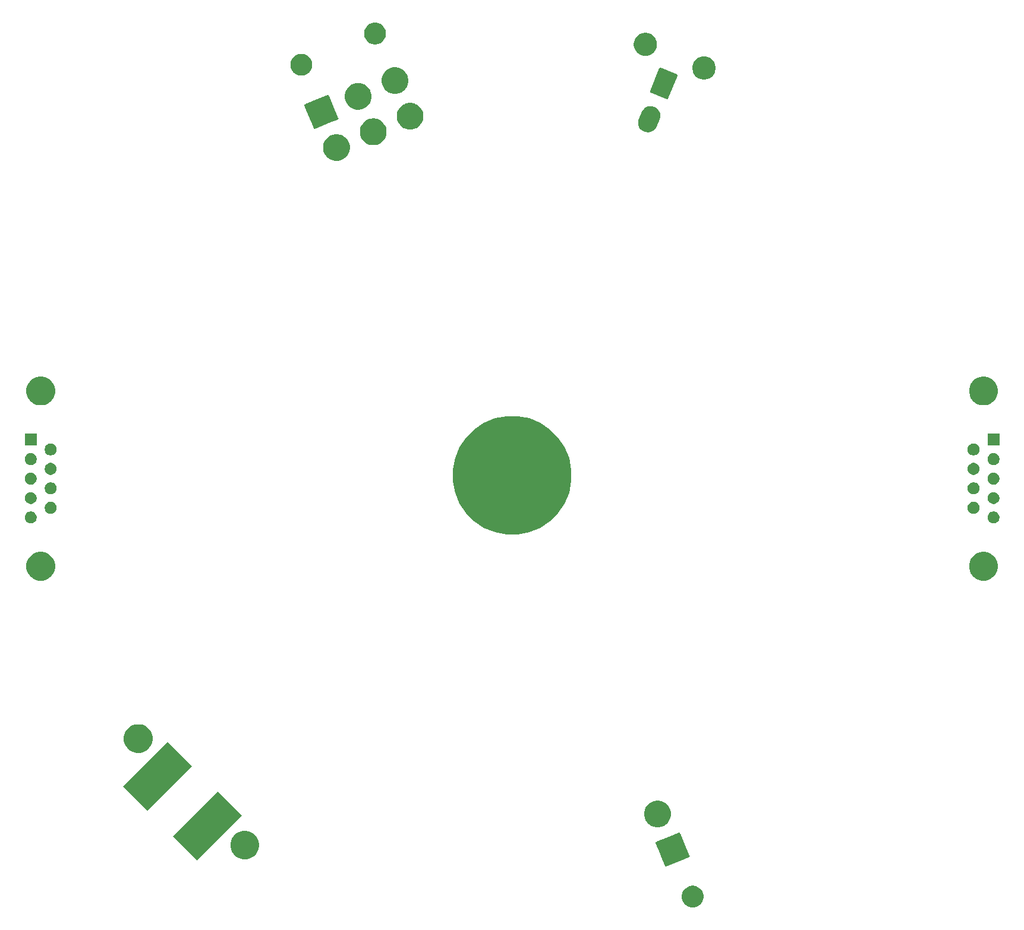
<source format=gbr>
G04 #@! TF.GenerationSoftware,KiCad,Pcbnew,5.1.4-e60b266~84~ubuntu18.04.1*
G04 #@! TF.CreationDate,2019-11-06T15:19:43-05:00*
G04 #@! TF.ProjectId,datapod,64617461-706f-4642-9e6b-696361645f70,1*
G04 #@! TF.SameCoordinates,Original*
G04 #@! TF.FileFunction,Soldermask,Bot*
G04 #@! TF.FilePolarity,Negative*
%FSLAX46Y46*%
G04 Gerber Fmt 4.6, Leading zero omitted, Abs format (unit mm)*
G04 Created by KiCad (PCBNEW 5.1.4-e60b266~84~ubuntu18.04.1) date 2019-11-06 15:19:43*
%MOMM*%
%LPD*%
G04 APERTURE LIST*
%ADD10C,0.100000*%
G04 APERTURE END LIST*
D10*
G36*
X126344922Y-155058487D02*
G01*
X126494747Y-155088289D01*
X126777011Y-155205206D01*
X127031042Y-155374944D01*
X127247078Y-155590980D01*
X127416816Y-155845011D01*
X127533733Y-156127275D01*
X127593337Y-156426925D01*
X127593337Y-156732445D01*
X127533733Y-157032095D01*
X127416816Y-157314359D01*
X127247078Y-157568390D01*
X127031042Y-157784426D01*
X126777011Y-157954164D01*
X126494747Y-158071081D01*
X126344922Y-158100883D01*
X126195098Y-158130685D01*
X125889576Y-158130685D01*
X125739752Y-158100883D01*
X125589927Y-158071081D01*
X125307663Y-157954164D01*
X125053632Y-157784426D01*
X124837596Y-157568390D01*
X124667858Y-157314359D01*
X124550941Y-157032095D01*
X124491337Y-156732445D01*
X124491337Y-156426925D01*
X124550941Y-156127275D01*
X124667858Y-155845011D01*
X124837596Y-155590980D01*
X125053632Y-155374944D01*
X125307663Y-155205206D01*
X125589927Y-155088289D01*
X125739752Y-155058487D01*
X125889576Y-155028685D01*
X126195098Y-155028685D01*
X126344922Y-155058487D01*
X126344922Y-155058487D01*
G37*
G36*
X124145915Y-147416853D02*
G01*
X124173788Y-147425043D01*
X124199523Y-147438511D01*
X124222137Y-147456743D01*
X124240762Y-147479037D01*
X124257635Y-147509953D01*
X124297475Y-147603810D01*
X124297476Y-147603812D01*
X124844602Y-148892761D01*
X125622124Y-150724488D01*
X125632643Y-150758104D01*
X125635742Y-150786982D01*
X125633147Y-150815915D01*
X125624957Y-150843788D01*
X125611489Y-150869523D01*
X125593257Y-150892137D01*
X125570963Y-150910762D01*
X125540047Y-150927635D01*
X125446190Y-150967475D01*
X125446188Y-150967476D01*
X124424306Y-151401239D01*
X122325512Y-152292124D01*
X122291896Y-152302643D01*
X122263018Y-152305742D01*
X122234085Y-152303147D01*
X122206212Y-152294957D01*
X122180477Y-152281489D01*
X122157863Y-152263257D01*
X122139238Y-152240963D01*
X122122365Y-152210047D01*
X121554338Y-150871858D01*
X121411962Y-150536443D01*
X120757876Y-148995512D01*
X120747357Y-148961896D01*
X120744258Y-148933018D01*
X120746853Y-148904085D01*
X120755043Y-148876212D01*
X120768511Y-148850477D01*
X120786743Y-148827863D01*
X120809037Y-148809238D01*
X120839953Y-148792365D01*
X120933810Y-148752525D01*
X120933812Y-148752524D01*
X122891415Y-147921571D01*
X124054488Y-147427876D01*
X124088104Y-147417357D01*
X124116982Y-147414258D01*
X124145915Y-147416853D01*
X124145915Y-147416853D01*
G37*
G36*
X61802509Y-145035864D02*
G01*
X55437134Y-151401239D01*
X51970897Y-147935002D01*
X58336272Y-141569627D01*
X61802509Y-145035864D01*
X61802509Y-145035864D01*
G37*
G36*
X62844826Y-147256825D02*
G01*
X63218083Y-147411433D01*
X63218085Y-147411434D01*
X63554008Y-147635891D01*
X63839688Y-147921571D01*
X63990405Y-148147134D01*
X64064146Y-148257496D01*
X64218754Y-148630753D01*
X64297572Y-149027000D01*
X64297572Y-149431014D01*
X64218754Y-149827261D01*
X64064146Y-150200518D01*
X64064145Y-150200520D01*
X63839688Y-150536443D01*
X63554008Y-150822123D01*
X63218085Y-151046580D01*
X63218084Y-151046581D01*
X63218083Y-151046581D01*
X62844826Y-151201189D01*
X62448579Y-151280007D01*
X62044565Y-151280007D01*
X61648318Y-151201189D01*
X61275061Y-151046581D01*
X61275060Y-151046581D01*
X61275059Y-151046580D01*
X60939136Y-150822123D01*
X60653456Y-150536443D01*
X60428999Y-150200520D01*
X60428998Y-150200518D01*
X60274390Y-149827261D01*
X60195572Y-149431014D01*
X60195572Y-149027000D01*
X60274390Y-148630753D01*
X60428998Y-148257496D01*
X60502740Y-148147134D01*
X60653456Y-147921571D01*
X60939136Y-147635891D01*
X61275059Y-147411434D01*
X61275061Y-147411433D01*
X61648318Y-147256825D01*
X62044565Y-147178007D01*
X62448579Y-147178007D01*
X62844826Y-147256825D01*
X62844826Y-147256825D01*
G37*
G36*
X121411845Y-142932750D02*
G01*
X121595480Y-142969277D01*
X121941440Y-143112579D01*
X122252796Y-143320620D01*
X122517582Y-143585406D01*
X122725623Y-143896762D01*
X122868925Y-144242722D01*
X122941979Y-144609991D01*
X122941979Y-144984455D01*
X122868925Y-145351724D01*
X122725623Y-145697684D01*
X122517582Y-146009040D01*
X122252796Y-146273826D01*
X121941440Y-146481867D01*
X121595480Y-146625169D01*
X121228212Y-146698223D01*
X120853746Y-146698223D01*
X120486478Y-146625169D01*
X120140518Y-146481867D01*
X119829162Y-146273826D01*
X119564376Y-146009040D01*
X119356335Y-145697684D01*
X119213033Y-145351724D01*
X119139979Y-144984455D01*
X119139979Y-144609991D01*
X119213033Y-144242722D01*
X119356335Y-143896762D01*
X119564376Y-143585406D01*
X119829162Y-143320620D01*
X120140518Y-143112579D01*
X120486478Y-142969277D01*
X120670113Y-142932750D01*
X120853746Y-142896223D01*
X121228212Y-142896223D01*
X121411845Y-142932750D01*
X121411845Y-142932750D01*
G37*
G36*
X54731441Y-137964796D02*
G01*
X48366066Y-144330171D01*
X44899829Y-140863934D01*
X51265204Y-134498559D01*
X54731441Y-137964796D01*
X54731441Y-137964796D01*
G37*
G36*
X47670315Y-132082314D02*
G01*
X48043572Y-132236922D01*
X48043574Y-132236923D01*
X48379497Y-132461380D01*
X48665177Y-132747060D01*
X48889635Y-133082985D01*
X49044243Y-133456242D01*
X49123061Y-133852489D01*
X49123061Y-134256503D01*
X49044243Y-134652750D01*
X48889635Y-135026007D01*
X48889634Y-135026009D01*
X48665177Y-135361932D01*
X48379497Y-135647612D01*
X48043574Y-135872069D01*
X48043573Y-135872070D01*
X48043572Y-135872070D01*
X47670315Y-136026678D01*
X47274068Y-136105496D01*
X46870054Y-136105496D01*
X46473807Y-136026678D01*
X46100550Y-135872070D01*
X46100549Y-135872070D01*
X46100548Y-135872069D01*
X45764625Y-135647612D01*
X45478945Y-135361932D01*
X45254488Y-135026009D01*
X45254487Y-135026007D01*
X45099879Y-134652750D01*
X45021061Y-134256503D01*
X45021061Y-133852489D01*
X45099879Y-133456242D01*
X45254487Y-133082985D01*
X45478945Y-132747060D01*
X45764625Y-132461380D01*
X46100548Y-132236923D01*
X46100550Y-132236922D01*
X46473807Y-132082314D01*
X46870054Y-132003496D01*
X47274068Y-132003496D01*
X47670315Y-132082314D01*
X47670315Y-132082314D01*
G37*
G36*
X168088254Y-107507818D02*
G01*
X168461511Y-107662426D01*
X168461513Y-107662427D01*
X168797436Y-107886884D01*
X169083116Y-108172564D01*
X169307574Y-108508489D01*
X169462182Y-108881746D01*
X169541000Y-109277993D01*
X169541000Y-109682007D01*
X169462182Y-110078254D01*
X169307574Y-110451511D01*
X169307573Y-110451513D01*
X169083116Y-110787436D01*
X168797436Y-111073116D01*
X168461513Y-111297573D01*
X168461512Y-111297574D01*
X168461511Y-111297574D01*
X168088254Y-111452182D01*
X167692007Y-111531000D01*
X167287993Y-111531000D01*
X166891746Y-111452182D01*
X166518489Y-111297574D01*
X166518488Y-111297574D01*
X166518487Y-111297573D01*
X166182564Y-111073116D01*
X165896884Y-110787436D01*
X165672427Y-110451513D01*
X165672426Y-110451511D01*
X165517818Y-110078254D01*
X165439000Y-109682007D01*
X165439000Y-109277993D01*
X165517818Y-108881746D01*
X165672426Y-108508489D01*
X165896884Y-108172564D01*
X166182564Y-107886884D01*
X166518487Y-107662427D01*
X166518489Y-107662426D01*
X166891746Y-107507818D01*
X167287993Y-107429000D01*
X167692007Y-107429000D01*
X168088254Y-107507818D01*
X168088254Y-107507818D01*
G37*
G36*
X33768254Y-107507818D02*
G01*
X34141511Y-107662426D01*
X34141513Y-107662427D01*
X34477436Y-107886884D01*
X34763116Y-108172564D01*
X34987574Y-108508489D01*
X35142182Y-108881746D01*
X35221000Y-109277993D01*
X35221000Y-109682007D01*
X35142182Y-110078254D01*
X34987574Y-110451511D01*
X34987573Y-110451513D01*
X34763116Y-110787436D01*
X34477436Y-111073116D01*
X34141513Y-111297573D01*
X34141512Y-111297574D01*
X34141511Y-111297574D01*
X33768254Y-111452182D01*
X33372007Y-111531000D01*
X32967993Y-111531000D01*
X32571746Y-111452182D01*
X32198489Y-111297574D01*
X32198488Y-111297574D01*
X32198487Y-111297573D01*
X31862564Y-111073116D01*
X31576884Y-110787436D01*
X31352427Y-110451513D01*
X31352426Y-110451511D01*
X31197818Y-110078254D01*
X31119000Y-109682007D01*
X31119000Y-109277993D01*
X31197818Y-108881746D01*
X31352426Y-108508489D01*
X31576884Y-108172564D01*
X31862564Y-107886884D01*
X32198487Y-107662427D01*
X32198489Y-107662426D01*
X32571746Y-107507818D01*
X32967993Y-107429000D01*
X33372007Y-107429000D01*
X33768254Y-107507818D01*
X33768254Y-107507818D01*
G37*
G36*
X102795065Y-88393766D02*
G01*
X104333048Y-89030820D01*
X104333050Y-89030821D01*
X105717199Y-89955679D01*
X106894321Y-91132801D01*
X107819179Y-92516950D01*
X107819180Y-92516952D01*
X108456234Y-94054935D01*
X108781000Y-95687648D01*
X108781000Y-97352352D01*
X108456234Y-98985065D01*
X107819180Y-100523048D01*
X107819179Y-100523050D01*
X106894321Y-101907199D01*
X105717199Y-103084321D01*
X104333050Y-104009179D01*
X104333049Y-104009180D01*
X104333048Y-104009180D01*
X102795065Y-104646234D01*
X101162352Y-104971000D01*
X99497648Y-104971000D01*
X97864935Y-104646234D01*
X96326952Y-104009180D01*
X96326951Y-104009180D01*
X96326950Y-104009179D01*
X94942801Y-103084321D01*
X93765679Y-101907199D01*
X92840821Y-100523050D01*
X92840820Y-100523048D01*
X92203766Y-98985065D01*
X91879000Y-97352352D01*
X91879000Y-95687648D01*
X92203766Y-94054935D01*
X92840820Y-92516952D01*
X92840821Y-92516950D01*
X93765679Y-91132801D01*
X94942801Y-89955679D01*
X96326950Y-89030821D01*
X96326952Y-89030820D01*
X97864935Y-88393766D01*
X99497648Y-88069000D01*
X101162352Y-88069000D01*
X102795065Y-88393766D01*
X102795065Y-88393766D01*
G37*
G36*
X31998228Y-101701703D02*
G01*
X32153100Y-101765853D01*
X32292481Y-101858985D01*
X32411015Y-101977519D01*
X32504147Y-102116900D01*
X32568297Y-102271772D01*
X32601000Y-102436184D01*
X32601000Y-102603816D01*
X32568297Y-102768228D01*
X32504147Y-102923100D01*
X32411015Y-103062481D01*
X32292481Y-103181015D01*
X32153100Y-103274147D01*
X31998228Y-103338297D01*
X31833816Y-103371000D01*
X31666184Y-103371000D01*
X31501772Y-103338297D01*
X31346900Y-103274147D01*
X31207519Y-103181015D01*
X31088985Y-103062481D01*
X30995853Y-102923100D01*
X30931703Y-102768228D01*
X30899000Y-102603816D01*
X30899000Y-102436184D01*
X30931703Y-102271772D01*
X30995853Y-102116900D01*
X31088985Y-101977519D01*
X31207519Y-101858985D01*
X31346900Y-101765853D01*
X31501772Y-101701703D01*
X31666184Y-101669000D01*
X31833816Y-101669000D01*
X31998228Y-101701703D01*
X31998228Y-101701703D01*
G37*
G36*
X169158228Y-101701703D02*
G01*
X169313100Y-101765853D01*
X169452481Y-101858985D01*
X169571015Y-101977519D01*
X169664147Y-102116900D01*
X169728297Y-102271772D01*
X169761000Y-102436184D01*
X169761000Y-102603816D01*
X169728297Y-102768228D01*
X169664147Y-102923100D01*
X169571015Y-103062481D01*
X169452481Y-103181015D01*
X169313100Y-103274147D01*
X169158228Y-103338297D01*
X168993816Y-103371000D01*
X168826184Y-103371000D01*
X168661772Y-103338297D01*
X168506900Y-103274147D01*
X168367519Y-103181015D01*
X168248985Y-103062481D01*
X168155853Y-102923100D01*
X168091703Y-102768228D01*
X168059000Y-102603816D01*
X168059000Y-102436184D01*
X168091703Y-102271772D01*
X168155853Y-102116900D01*
X168248985Y-101977519D01*
X168367519Y-101858985D01*
X168506900Y-101765853D01*
X168661772Y-101701703D01*
X168826184Y-101669000D01*
X168993816Y-101669000D01*
X169158228Y-101701703D01*
X169158228Y-101701703D01*
G37*
G36*
X166318228Y-100316703D02*
G01*
X166473100Y-100380853D01*
X166612481Y-100473985D01*
X166731015Y-100592519D01*
X166824147Y-100731900D01*
X166888297Y-100886772D01*
X166921000Y-101051184D01*
X166921000Y-101218816D01*
X166888297Y-101383228D01*
X166824147Y-101538100D01*
X166731015Y-101677481D01*
X166612481Y-101796015D01*
X166473100Y-101889147D01*
X166318228Y-101953297D01*
X166153816Y-101986000D01*
X165986184Y-101986000D01*
X165821772Y-101953297D01*
X165666900Y-101889147D01*
X165527519Y-101796015D01*
X165408985Y-101677481D01*
X165315853Y-101538100D01*
X165251703Y-101383228D01*
X165219000Y-101218816D01*
X165219000Y-101051184D01*
X165251703Y-100886772D01*
X165315853Y-100731900D01*
X165408985Y-100592519D01*
X165527519Y-100473985D01*
X165666900Y-100380853D01*
X165821772Y-100316703D01*
X165986184Y-100284000D01*
X166153816Y-100284000D01*
X166318228Y-100316703D01*
X166318228Y-100316703D01*
G37*
G36*
X34838228Y-100316703D02*
G01*
X34993100Y-100380853D01*
X35132481Y-100473985D01*
X35251015Y-100592519D01*
X35344147Y-100731900D01*
X35408297Y-100886772D01*
X35441000Y-101051184D01*
X35441000Y-101218816D01*
X35408297Y-101383228D01*
X35344147Y-101538100D01*
X35251015Y-101677481D01*
X35132481Y-101796015D01*
X34993100Y-101889147D01*
X34838228Y-101953297D01*
X34673816Y-101986000D01*
X34506184Y-101986000D01*
X34341772Y-101953297D01*
X34186900Y-101889147D01*
X34047519Y-101796015D01*
X33928985Y-101677481D01*
X33835853Y-101538100D01*
X33771703Y-101383228D01*
X33739000Y-101218816D01*
X33739000Y-101051184D01*
X33771703Y-100886772D01*
X33835853Y-100731900D01*
X33928985Y-100592519D01*
X34047519Y-100473985D01*
X34186900Y-100380853D01*
X34341772Y-100316703D01*
X34506184Y-100284000D01*
X34673816Y-100284000D01*
X34838228Y-100316703D01*
X34838228Y-100316703D01*
G37*
G36*
X169158228Y-98931703D02*
G01*
X169313100Y-98995853D01*
X169452481Y-99088985D01*
X169571015Y-99207519D01*
X169664147Y-99346900D01*
X169728297Y-99501772D01*
X169761000Y-99666184D01*
X169761000Y-99833816D01*
X169728297Y-99998228D01*
X169664147Y-100153100D01*
X169571015Y-100292481D01*
X169452481Y-100411015D01*
X169313100Y-100504147D01*
X169158228Y-100568297D01*
X168993816Y-100601000D01*
X168826184Y-100601000D01*
X168661772Y-100568297D01*
X168506900Y-100504147D01*
X168367519Y-100411015D01*
X168248985Y-100292481D01*
X168155853Y-100153100D01*
X168091703Y-99998228D01*
X168059000Y-99833816D01*
X168059000Y-99666184D01*
X168091703Y-99501772D01*
X168155853Y-99346900D01*
X168248985Y-99207519D01*
X168367519Y-99088985D01*
X168506900Y-98995853D01*
X168661772Y-98931703D01*
X168826184Y-98899000D01*
X168993816Y-98899000D01*
X169158228Y-98931703D01*
X169158228Y-98931703D01*
G37*
G36*
X31998228Y-98931703D02*
G01*
X32153100Y-98995853D01*
X32292481Y-99088985D01*
X32411015Y-99207519D01*
X32504147Y-99346900D01*
X32568297Y-99501772D01*
X32601000Y-99666184D01*
X32601000Y-99833816D01*
X32568297Y-99998228D01*
X32504147Y-100153100D01*
X32411015Y-100292481D01*
X32292481Y-100411015D01*
X32153100Y-100504147D01*
X31998228Y-100568297D01*
X31833816Y-100601000D01*
X31666184Y-100601000D01*
X31501772Y-100568297D01*
X31346900Y-100504147D01*
X31207519Y-100411015D01*
X31088985Y-100292481D01*
X30995853Y-100153100D01*
X30931703Y-99998228D01*
X30899000Y-99833816D01*
X30899000Y-99666184D01*
X30931703Y-99501772D01*
X30995853Y-99346900D01*
X31088985Y-99207519D01*
X31207519Y-99088985D01*
X31346900Y-98995853D01*
X31501772Y-98931703D01*
X31666184Y-98899000D01*
X31833816Y-98899000D01*
X31998228Y-98931703D01*
X31998228Y-98931703D01*
G37*
G36*
X34838228Y-97546703D02*
G01*
X34993100Y-97610853D01*
X35132481Y-97703985D01*
X35251015Y-97822519D01*
X35344147Y-97961900D01*
X35408297Y-98116772D01*
X35441000Y-98281184D01*
X35441000Y-98448816D01*
X35408297Y-98613228D01*
X35344147Y-98768100D01*
X35251015Y-98907481D01*
X35132481Y-99026015D01*
X34993100Y-99119147D01*
X34838228Y-99183297D01*
X34673816Y-99216000D01*
X34506184Y-99216000D01*
X34341772Y-99183297D01*
X34186900Y-99119147D01*
X34047519Y-99026015D01*
X33928985Y-98907481D01*
X33835853Y-98768100D01*
X33771703Y-98613228D01*
X33739000Y-98448816D01*
X33739000Y-98281184D01*
X33771703Y-98116772D01*
X33835853Y-97961900D01*
X33928985Y-97822519D01*
X34047519Y-97703985D01*
X34186900Y-97610853D01*
X34341772Y-97546703D01*
X34506184Y-97514000D01*
X34673816Y-97514000D01*
X34838228Y-97546703D01*
X34838228Y-97546703D01*
G37*
G36*
X166318228Y-97546703D02*
G01*
X166473100Y-97610853D01*
X166612481Y-97703985D01*
X166731015Y-97822519D01*
X166824147Y-97961900D01*
X166888297Y-98116772D01*
X166921000Y-98281184D01*
X166921000Y-98448816D01*
X166888297Y-98613228D01*
X166824147Y-98768100D01*
X166731015Y-98907481D01*
X166612481Y-99026015D01*
X166473100Y-99119147D01*
X166318228Y-99183297D01*
X166153816Y-99216000D01*
X165986184Y-99216000D01*
X165821772Y-99183297D01*
X165666900Y-99119147D01*
X165527519Y-99026015D01*
X165408985Y-98907481D01*
X165315853Y-98768100D01*
X165251703Y-98613228D01*
X165219000Y-98448816D01*
X165219000Y-98281184D01*
X165251703Y-98116772D01*
X165315853Y-97961900D01*
X165408985Y-97822519D01*
X165527519Y-97703985D01*
X165666900Y-97610853D01*
X165821772Y-97546703D01*
X165986184Y-97514000D01*
X166153816Y-97514000D01*
X166318228Y-97546703D01*
X166318228Y-97546703D01*
G37*
G36*
X169158228Y-96161703D02*
G01*
X169313100Y-96225853D01*
X169452481Y-96318985D01*
X169571015Y-96437519D01*
X169664147Y-96576900D01*
X169728297Y-96731772D01*
X169761000Y-96896184D01*
X169761000Y-97063816D01*
X169728297Y-97228228D01*
X169664147Y-97383100D01*
X169571015Y-97522481D01*
X169452481Y-97641015D01*
X169313100Y-97734147D01*
X169158228Y-97798297D01*
X168993816Y-97831000D01*
X168826184Y-97831000D01*
X168661772Y-97798297D01*
X168506900Y-97734147D01*
X168367519Y-97641015D01*
X168248985Y-97522481D01*
X168155853Y-97383100D01*
X168091703Y-97228228D01*
X168059000Y-97063816D01*
X168059000Y-96896184D01*
X168091703Y-96731772D01*
X168155853Y-96576900D01*
X168248985Y-96437519D01*
X168367519Y-96318985D01*
X168506900Y-96225853D01*
X168661772Y-96161703D01*
X168826184Y-96129000D01*
X168993816Y-96129000D01*
X169158228Y-96161703D01*
X169158228Y-96161703D01*
G37*
G36*
X31998228Y-96161703D02*
G01*
X32153100Y-96225853D01*
X32292481Y-96318985D01*
X32411015Y-96437519D01*
X32504147Y-96576900D01*
X32568297Y-96731772D01*
X32601000Y-96896184D01*
X32601000Y-97063816D01*
X32568297Y-97228228D01*
X32504147Y-97383100D01*
X32411015Y-97522481D01*
X32292481Y-97641015D01*
X32153100Y-97734147D01*
X31998228Y-97798297D01*
X31833816Y-97831000D01*
X31666184Y-97831000D01*
X31501772Y-97798297D01*
X31346900Y-97734147D01*
X31207519Y-97641015D01*
X31088985Y-97522481D01*
X30995853Y-97383100D01*
X30931703Y-97228228D01*
X30899000Y-97063816D01*
X30899000Y-96896184D01*
X30931703Y-96731772D01*
X30995853Y-96576900D01*
X31088985Y-96437519D01*
X31207519Y-96318985D01*
X31346900Y-96225853D01*
X31501772Y-96161703D01*
X31666184Y-96129000D01*
X31833816Y-96129000D01*
X31998228Y-96161703D01*
X31998228Y-96161703D01*
G37*
G36*
X34838228Y-94776703D02*
G01*
X34993100Y-94840853D01*
X35132481Y-94933985D01*
X35251015Y-95052519D01*
X35344147Y-95191900D01*
X35408297Y-95346772D01*
X35441000Y-95511184D01*
X35441000Y-95678816D01*
X35408297Y-95843228D01*
X35344147Y-95998100D01*
X35251015Y-96137481D01*
X35132481Y-96256015D01*
X34993100Y-96349147D01*
X34838228Y-96413297D01*
X34673816Y-96446000D01*
X34506184Y-96446000D01*
X34341772Y-96413297D01*
X34186900Y-96349147D01*
X34047519Y-96256015D01*
X33928985Y-96137481D01*
X33835853Y-95998100D01*
X33771703Y-95843228D01*
X33739000Y-95678816D01*
X33739000Y-95511184D01*
X33771703Y-95346772D01*
X33835853Y-95191900D01*
X33928985Y-95052519D01*
X34047519Y-94933985D01*
X34186900Y-94840853D01*
X34341772Y-94776703D01*
X34506184Y-94744000D01*
X34673816Y-94744000D01*
X34838228Y-94776703D01*
X34838228Y-94776703D01*
G37*
G36*
X166318228Y-94776703D02*
G01*
X166473100Y-94840853D01*
X166612481Y-94933985D01*
X166731015Y-95052519D01*
X166824147Y-95191900D01*
X166888297Y-95346772D01*
X166921000Y-95511184D01*
X166921000Y-95678816D01*
X166888297Y-95843228D01*
X166824147Y-95998100D01*
X166731015Y-96137481D01*
X166612481Y-96256015D01*
X166473100Y-96349147D01*
X166318228Y-96413297D01*
X166153816Y-96446000D01*
X165986184Y-96446000D01*
X165821772Y-96413297D01*
X165666900Y-96349147D01*
X165527519Y-96256015D01*
X165408985Y-96137481D01*
X165315853Y-95998100D01*
X165251703Y-95843228D01*
X165219000Y-95678816D01*
X165219000Y-95511184D01*
X165251703Y-95346772D01*
X165315853Y-95191900D01*
X165408985Y-95052519D01*
X165527519Y-94933985D01*
X165666900Y-94840853D01*
X165821772Y-94776703D01*
X165986184Y-94744000D01*
X166153816Y-94744000D01*
X166318228Y-94776703D01*
X166318228Y-94776703D01*
G37*
G36*
X31998228Y-93391703D02*
G01*
X32153100Y-93455853D01*
X32292481Y-93548985D01*
X32411015Y-93667519D01*
X32504147Y-93806900D01*
X32568297Y-93961772D01*
X32601000Y-94126184D01*
X32601000Y-94293816D01*
X32568297Y-94458228D01*
X32504147Y-94613100D01*
X32411015Y-94752481D01*
X32292481Y-94871015D01*
X32153100Y-94964147D01*
X31998228Y-95028297D01*
X31833816Y-95061000D01*
X31666184Y-95061000D01*
X31501772Y-95028297D01*
X31346900Y-94964147D01*
X31207519Y-94871015D01*
X31088985Y-94752481D01*
X30995853Y-94613100D01*
X30931703Y-94458228D01*
X30899000Y-94293816D01*
X30899000Y-94126184D01*
X30931703Y-93961772D01*
X30995853Y-93806900D01*
X31088985Y-93667519D01*
X31207519Y-93548985D01*
X31346900Y-93455853D01*
X31501772Y-93391703D01*
X31666184Y-93359000D01*
X31833816Y-93359000D01*
X31998228Y-93391703D01*
X31998228Y-93391703D01*
G37*
G36*
X169158228Y-93391703D02*
G01*
X169313100Y-93455853D01*
X169452481Y-93548985D01*
X169571015Y-93667519D01*
X169664147Y-93806900D01*
X169728297Y-93961772D01*
X169761000Y-94126184D01*
X169761000Y-94293816D01*
X169728297Y-94458228D01*
X169664147Y-94613100D01*
X169571015Y-94752481D01*
X169452481Y-94871015D01*
X169313100Y-94964147D01*
X169158228Y-95028297D01*
X168993816Y-95061000D01*
X168826184Y-95061000D01*
X168661772Y-95028297D01*
X168506900Y-94964147D01*
X168367519Y-94871015D01*
X168248985Y-94752481D01*
X168155853Y-94613100D01*
X168091703Y-94458228D01*
X168059000Y-94293816D01*
X168059000Y-94126184D01*
X168091703Y-93961772D01*
X168155853Y-93806900D01*
X168248985Y-93667519D01*
X168367519Y-93548985D01*
X168506900Y-93455853D01*
X168661772Y-93391703D01*
X168826184Y-93359000D01*
X168993816Y-93359000D01*
X169158228Y-93391703D01*
X169158228Y-93391703D01*
G37*
G36*
X34838228Y-92006703D02*
G01*
X34993100Y-92070853D01*
X35132481Y-92163985D01*
X35251015Y-92282519D01*
X35344147Y-92421900D01*
X35408297Y-92576772D01*
X35441000Y-92741184D01*
X35441000Y-92908816D01*
X35408297Y-93073228D01*
X35344147Y-93228100D01*
X35251015Y-93367481D01*
X35132481Y-93486015D01*
X34993100Y-93579147D01*
X34838228Y-93643297D01*
X34673816Y-93676000D01*
X34506184Y-93676000D01*
X34341772Y-93643297D01*
X34186900Y-93579147D01*
X34047519Y-93486015D01*
X33928985Y-93367481D01*
X33835853Y-93228100D01*
X33771703Y-93073228D01*
X33739000Y-92908816D01*
X33739000Y-92741184D01*
X33771703Y-92576772D01*
X33835853Y-92421900D01*
X33928985Y-92282519D01*
X34047519Y-92163985D01*
X34186900Y-92070853D01*
X34341772Y-92006703D01*
X34506184Y-91974000D01*
X34673816Y-91974000D01*
X34838228Y-92006703D01*
X34838228Y-92006703D01*
G37*
G36*
X166318228Y-92006703D02*
G01*
X166473100Y-92070853D01*
X166612481Y-92163985D01*
X166731015Y-92282519D01*
X166824147Y-92421900D01*
X166888297Y-92576772D01*
X166921000Y-92741184D01*
X166921000Y-92908816D01*
X166888297Y-93073228D01*
X166824147Y-93228100D01*
X166731015Y-93367481D01*
X166612481Y-93486015D01*
X166473100Y-93579147D01*
X166318228Y-93643297D01*
X166153816Y-93676000D01*
X165986184Y-93676000D01*
X165821772Y-93643297D01*
X165666900Y-93579147D01*
X165527519Y-93486015D01*
X165408985Y-93367481D01*
X165315853Y-93228100D01*
X165251703Y-93073228D01*
X165219000Y-92908816D01*
X165219000Y-92741184D01*
X165251703Y-92576772D01*
X165315853Y-92421900D01*
X165408985Y-92282519D01*
X165527519Y-92163985D01*
X165666900Y-92070853D01*
X165821772Y-92006703D01*
X165986184Y-91974000D01*
X166153816Y-91974000D01*
X166318228Y-92006703D01*
X166318228Y-92006703D01*
G37*
G36*
X32601000Y-92291000D02*
G01*
X30899000Y-92291000D01*
X30899000Y-90589000D01*
X32601000Y-90589000D01*
X32601000Y-92291000D01*
X32601000Y-92291000D01*
G37*
G36*
X169761000Y-92291000D02*
G01*
X168059000Y-92291000D01*
X168059000Y-90589000D01*
X169761000Y-90589000D01*
X169761000Y-92291000D01*
X169761000Y-92291000D01*
G37*
G36*
X168088254Y-82507818D02*
G01*
X168461511Y-82662426D01*
X168461513Y-82662427D01*
X168797436Y-82886884D01*
X169083116Y-83172564D01*
X169307574Y-83508489D01*
X169462182Y-83881746D01*
X169541000Y-84277993D01*
X169541000Y-84682007D01*
X169462182Y-85078254D01*
X169307574Y-85451511D01*
X169307573Y-85451513D01*
X169083116Y-85787436D01*
X168797436Y-86073116D01*
X168461513Y-86297573D01*
X168461512Y-86297574D01*
X168461511Y-86297574D01*
X168088254Y-86452182D01*
X167692007Y-86531000D01*
X167287993Y-86531000D01*
X166891746Y-86452182D01*
X166518489Y-86297574D01*
X166518488Y-86297574D01*
X166518487Y-86297573D01*
X166182564Y-86073116D01*
X165896884Y-85787436D01*
X165672427Y-85451513D01*
X165672426Y-85451511D01*
X165517818Y-85078254D01*
X165439000Y-84682007D01*
X165439000Y-84277993D01*
X165517818Y-83881746D01*
X165672426Y-83508489D01*
X165896884Y-83172564D01*
X166182564Y-82886884D01*
X166518487Y-82662427D01*
X166518489Y-82662426D01*
X166891746Y-82507818D01*
X167287993Y-82429000D01*
X167692007Y-82429000D01*
X168088254Y-82507818D01*
X168088254Y-82507818D01*
G37*
G36*
X33768254Y-82507818D02*
G01*
X34141511Y-82662426D01*
X34141513Y-82662427D01*
X34477436Y-82886884D01*
X34763116Y-83172564D01*
X34987574Y-83508489D01*
X35142182Y-83881746D01*
X35221000Y-84277993D01*
X35221000Y-84682007D01*
X35142182Y-85078254D01*
X34987574Y-85451511D01*
X34987573Y-85451513D01*
X34763116Y-85787436D01*
X34477436Y-86073116D01*
X34141513Y-86297573D01*
X34141512Y-86297574D01*
X34141511Y-86297574D01*
X33768254Y-86452182D01*
X33372007Y-86531000D01*
X32967993Y-86531000D01*
X32571746Y-86452182D01*
X32198489Y-86297574D01*
X32198488Y-86297574D01*
X32198487Y-86297573D01*
X31862564Y-86073116D01*
X31576884Y-85787436D01*
X31352427Y-85451513D01*
X31352426Y-85451511D01*
X31197818Y-85078254D01*
X31119000Y-84682007D01*
X31119000Y-84277993D01*
X31197818Y-83881746D01*
X31352426Y-83508489D01*
X31576884Y-83172564D01*
X31862564Y-82886884D01*
X32198487Y-82662427D01*
X32198489Y-82662426D01*
X32571746Y-82507818D01*
X32967993Y-82429000D01*
X33372007Y-82429000D01*
X33768254Y-82507818D01*
X33768254Y-82507818D01*
G37*
G36*
X75855522Y-47938831D02*
G01*
X76201482Y-48082133D01*
X76512838Y-48290174D01*
X76777624Y-48554960D01*
X76985665Y-48866316D01*
X77128967Y-49212276D01*
X77202021Y-49579545D01*
X77202021Y-49954009D01*
X77128967Y-50321278D01*
X76985665Y-50667238D01*
X76777624Y-50978594D01*
X76512838Y-51243380D01*
X76201482Y-51451421D01*
X75855522Y-51594723D01*
X75488254Y-51667777D01*
X75113788Y-51667777D01*
X74746520Y-51594723D01*
X74400560Y-51451421D01*
X74089204Y-51243380D01*
X73824418Y-50978594D01*
X73616377Y-50667238D01*
X73473075Y-50321278D01*
X73400021Y-49954009D01*
X73400021Y-49579545D01*
X73473075Y-49212276D01*
X73616377Y-48866316D01*
X73824418Y-48554960D01*
X74089204Y-48290174D01*
X74400560Y-48082133D01*
X74746520Y-47938831D01*
X75113788Y-47865777D01*
X75488254Y-47865777D01*
X75855522Y-47938831D01*
X75855522Y-47938831D01*
G37*
G36*
X80842244Y-45659915D02*
G01*
X81102400Y-45711663D01*
X81448360Y-45854965D01*
X81759716Y-46063006D01*
X82024502Y-46327792D01*
X82232543Y-46639148D01*
X82375845Y-46985108D01*
X82448899Y-47352377D01*
X82448899Y-47726841D01*
X82375845Y-48094110D01*
X82232543Y-48440070D01*
X82024502Y-48751426D01*
X81759716Y-49016212D01*
X81448360Y-49224253D01*
X81102400Y-49367555D01*
X80918765Y-49404082D01*
X80735132Y-49440609D01*
X80360666Y-49440609D01*
X80177033Y-49404082D01*
X79993398Y-49367555D01*
X79647438Y-49224253D01*
X79336082Y-49016212D01*
X79071296Y-48751426D01*
X78863255Y-48440070D01*
X78719953Y-48094110D01*
X78646899Y-47726841D01*
X78646899Y-47352377D01*
X78719953Y-46985108D01*
X78863255Y-46639148D01*
X79071296Y-46327792D01*
X79336082Y-46063006D01*
X79647438Y-45854965D01*
X79993398Y-45711663D01*
X80253554Y-45659915D01*
X80360666Y-45638609D01*
X80735132Y-45638609D01*
X80842244Y-45659915D01*
X80842244Y-45659915D01*
G37*
G36*
X120309550Y-43892847D02*
G01*
X120574329Y-43970650D01*
X120574331Y-43970651D01*
X120818841Y-44098613D01*
X121033690Y-44271820D01*
X121210621Y-44483614D01*
X121342834Y-44725857D01*
X121412352Y-44948030D01*
X121425246Y-44989236D01*
X121454691Y-45263634D01*
X121430039Y-45538503D01*
X121371966Y-45736137D01*
X121371730Y-45736939D01*
X120945566Y-46791734D01*
X120849667Y-46974977D01*
X120676460Y-47189826D01*
X120464666Y-47366757D01*
X120222423Y-47498970D01*
X120030307Y-47559083D01*
X119959044Y-47581382D01*
X119821845Y-47596104D01*
X119684648Y-47610827D01*
X119684646Y-47610827D01*
X119409778Y-47586175D01*
X119144999Y-47508372D01*
X119127030Y-47498968D01*
X118900487Y-47380409D01*
X118685638Y-47207202D01*
X118508707Y-46995408D01*
X118376494Y-46753165D01*
X118304869Y-46524258D01*
X118294082Y-46489786D01*
X118264637Y-46215388D01*
X118289289Y-45940520D01*
X118347597Y-45742087D01*
X118358194Y-45715858D01*
X118773762Y-44687288D01*
X118869661Y-44504045D01*
X119042868Y-44289196D01*
X119139268Y-44208664D01*
X119254662Y-44112264D01*
X119353367Y-44058393D01*
X119496905Y-43980052D01*
X119689020Y-43919939D01*
X119760283Y-43897640D01*
X119897482Y-43882918D01*
X120034679Y-43868195D01*
X120034681Y-43868195D01*
X120309550Y-43892847D01*
X120309550Y-43892847D01*
G37*
G36*
X86349278Y-43484496D02*
G01*
X86593909Y-43585826D01*
X86677982Y-43620650D01*
X86695238Y-43627798D01*
X87006594Y-43835839D01*
X87271380Y-44100625D01*
X87407791Y-44304779D01*
X87479422Y-44411983D01*
X87622723Y-44757942D01*
X87695777Y-45125209D01*
X87695777Y-45499675D01*
X87682089Y-45568488D01*
X87622723Y-45866943D01*
X87479421Y-46212903D01*
X87271380Y-46524259D01*
X87006594Y-46789045D01*
X86695238Y-46997086D01*
X86695237Y-46997087D01*
X86695236Y-46997087D01*
X86593909Y-47039058D01*
X86349278Y-47140388D01*
X85982010Y-47213442D01*
X85607544Y-47213442D01*
X85240276Y-47140388D01*
X84995645Y-47039058D01*
X84894318Y-46997087D01*
X84894317Y-46997087D01*
X84894316Y-46997086D01*
X84582960Y-46789045D01*
X84318174Y-46524259D01*
X84110133Y-46212903D01*
X83966831Y-45866943D01*
X83907465Y-45568488D01*
X83893777Y-45499675D01*
X83893777Y-45125209D01*
X83966831Y-44757942D01*
X84110132Y-44411983D01*
X84181763Y-44304779D01*
X84318174Y-44100625D01*
X84582960Y-43835839D01*
X84894316Y-43627798D01*
X84911573Y-43620650D01*
X84995645Y-43585826D01*
X85240276Y-43484496D01*
X85607544Y-43411442D01*
X85982010Y-43411442D01*
X86349278Y-43484496D01*
X86349278Y-43484496D01*
G37*
G36*
X74107915Y-42260853D02*
G01*
X74135788Y-42269043D01*
X74161523Y-42282511D01*
X74184137Y-42300743D01*
X74202762Y-42323037D01*
X74219635Y-42353953D01*
X74259475Y-42447810D01*
X74259476Y-42447812D01*
X74806602Y-43736761D01*
X75584124Y-45568488D01*
X75594643Y-45602104D01*
X75597742Y-45630982D01*
X75595147Y-45659915D01*
X75586957Y-45687788D01*
X75573489Y-45713523D01*
X75555257Y-45736137D01*
X75532963Y-45754762D01*
X75502047Y-45771635D01*
X75408190Y-45811475D01*
X75408188Y-45811476D01*
X74456626Y-46215390D01*
X72287512Y-47136124D01*
X72253896Y-47146643D01*
X72225018Y-47149742D01*
X72196085Y-47147147D01*
X72168212Y-47138957D01*
X72142477Y-47125489D01*
X72119863Y-47107257D01*
X72101238Y-47084963D01*
X72084365Y-47054047D01*
X71956649Y-46753166D01*
X71079736Y-44687288D01*
X70719876Y-43839512D01*
X70709357Y-43805896D01*
X70706258Y-43777018D01*
X70708853Y-43748085D01*
X70717043Y-43720212D01*
X70730511Y-43694477D01*
X70748743Y-43671863D01*
X70771037Y-43653238D01*
X70801953Y-43636365D01*
X70895810Y-43596525D01*
X70895812Y-43596524D01*
X72752703Y-42808321D01*
X74016488Y-42271876D01*
X74050104Y-42261357D01*
X74078982Y-42258258D01*
X74107915Y-42260853D01*
X74107915Y-42260853D01*
G37*
G36*
X78769744Y-40612360D02*
G01*
X78953379Y-40648887D01*
X79299339Y-40792189D01*
X79610695Y-41000230D01*
X79875481Y-41265016D01*
X80006754Y-41461481D01*
X80083523Y-41576374D01*
X80125494Y-41677701D01*
X80226824Y-41922332D01*
X80232598Y-41951359D01*
X80299878Y-42289600D01*
X80299878Y-42664066D01*
X80286383Y-42731909D01*
X80226824Y-43031334D01*
X80083522Y-43377294D01*
X79875481Y-43688650D01*
X79610695Y-43953436D01*
X79299339Y-44161477D01*
X78953379Y-44304779D01*
X78769744Y-44341306D01*
X78586111Y-44377833D01*
X78211645Y-44377833D01*
X77844377Y-44304779D01*
X77498417Y-44161477D01*
X77187061Y-43953436D01*
X76922275Y-43688650D01*
X76714234Y-43377294D01*
X76570932Y-43031334D01*
X76511373Y-42731909D01*
X76497878Y-42664066D01*
X76497878Y-42289600D01*
X76565158Y-41951359D01*
X76570932Y-41922332D01*
X76672262Y-41677701D01*
X76714233Y-41576374D01*
X76791002Y-41461481D01*
X76922275Y-41265016D01*
X77187061Y-41000230D01*
X77498417Y-40792189D01*
X77844377Y-40648887D01*
X78028012Y-40612360D01*
X78211645Y-40575833D01*
X78586111Y-40575833D01*
X78769744Y-40612360D01*
X78769744Y-40612360D01*
G37*
G36*
X121449504Y-38403519D02*
G01*
X121484959Y-38413937D01*
X123779295Y-39340909D01*
X123812032Y-39358041D01*
X123835995Y-39377360D01*
X123855721Y-39400973D01*
X123870468Y-39427993D01*
X123879657Y-39457359D01*
X123882940Y-39487960D01*
X123880192Y-39518609D01*
X123869774Y-39554064D01*
X122568196Y-42775584D01*
X122551064Y-42808321D01*
X122531745Y-42832284D01*
X122508132Y-42852010D01*
X122481112Y-42866757D01*
X122451746Y-42875946D01*
X122421145Y-42879229D01*
X122390496Y-42876481D01*
X122355041Y-42866063D01*
X120060705Y-41939091D01*
X120027968Y-41921959D01*
X120004005Y-41902640D01*
X119984279Y-41879027D01*
X119969532Y-41852007D01*
X119960343Y-41822641D01*
X119957060Y-41792040D01*
X119959808Y-41761391D01*
X119970226Y-41725936D01*
X121271804Y-38504416D01*
X121288936Y-38471679D01*
X121308255Y-38447716D01*
X121331868Y-38427990D01*
X121358888Y-38413243D01*
X121388254Y-38404054D01*
X121418855Y-38400771D01*
X121449504Y-38403519D01*
X121449504Y-38403519D01*
G37*
G36*
X84016621Y-38385192D02*
G01*
X84200256Y-38421719D01*
X84546216Y-38565021D01*
X84857572Y-38773062D01*
X85122358Y-39037848D01*
X85316659Y-39328641D01*
X85330400Y-39349206D01*
X85334371Y-39358794D01*
X85473701Y-39695164D01*
X85546755Y-40062433D01*
X85546755Y-40436897D01*
X85473701Y-40804166D01*
X85330399Y-41150126D01*
X85122358Y-41461482D01*
X84857572Y-41726268D01*
X84546216Y-41934309D01*
X84546215Y-41934310D01*
X84546214Y-41934310D01*
X84505054Y-41951359D01*
X84200256Y-42077611D01*
X83832988Y-42150665D01*
X83458522Y-42150665D01*
X83091254Y-42077611D01*
X82786456Y-41951359D01*
X82745296Y-41934310D01*
X82745295Y-41934310D01*
X82745294Y-41934309D01*
X82433938Y-41726268D01*
X82169152Y-41461482D01*
X81961111Y-41150126D01*
X81817809Y-40804166D01*
X81744755Y-40436897D01*
X81744755Y-40062433D01*
X81817809Y-39695164D01*
X81957139Y-39358794D01*
X81961110Y-39349206D01*
X81974851Y-39328641D01*
X82169152Y-39037848D01*
X82433938Y-38773062D01*
X82745294Y-38565021D01*
X83091254Y-38421719D01*
X83458522Y-38348665D01*
X83832988Y-38348665D01*
X84016621Y-38385192D01*
X84016621Y-38385192D01*
G37*
G36*
X128040931Y-36822855D02*
G01*
X128147254Y-36844004D01*
X128447717Y-36968460D01*
X128718126Y-37149142D01*
X128948090Y-37379106D01*
X129128772Y-37649515D01*
X129253228Y-37949978D01*
X129316675Y-38268948D01*
X129316675Y-38594166D01*
X129253228Y-38913136D01*
X129201570Y-39037849D01*
X129138939Y-39189055D01*
X129128772Y-39213599D01*
X128948090Y-39484008D01*
X128718126Y-39713972D01*
X128447717Y-39894654D01*
X128147254Y-40019110D01*
X128040931Y-40040259D01*
X127828286Y-40082557D01*
X127503064Y-40082557D01*
X127290419Y-40040259D01*
X127184096Y-40019110D01*
X126883633Y-39894654D01*
X126613224Y-39713972D01*
X126383260Y-39484008D01*
X126202578Y-39213599D01*
X126192412Y-39189055D01*
X126129780Y-39037849D01*
X126078122Y-38913136D01*
X126014675Y-38594166D01*
X126014675Y-38268948D01*
X126078122Y-37949978D01*
X126202578Y-37649515D01*
X126383260Y-37379106D01*
X126613224Y-37149142D01*
X126883633Y-36968460D01*
X127184096Y-36844004D01*
X127290419Y-36822855D01*
X127503064Y-36780557D01*
X127828286Y-36780557D01*
X128040931Y-36822855D01*
X128040931Y-36822855D01*
G37*
G36*
X70602248Y-36463117D02*
G01*
X70752073Y-36492919D01*
X71034337Y-36609836D01*
X71288368Y-36779574D01*
X71504404Y-36995610D01*
X71674142Y-37249641D01*
X71791059Y-37531905D01*
X71850663Y-37831555D01*
X71850663Y-38137075D01*
X71791059Y-38436725D01*
X71674142Y-38718989D01*
X71504404Y-38973020D01*
X71288368Y-39189056D01*
X71034337Y-39358794D01*
X70752073Y-39475711D01*
X70666276Y-39492777D01*
X70452424Y-39535315D01*
X70146902Y-39535315D01*
X69933050Y-39492777D01*
X69847253Y-39475711D01*
X69564989Y-39358794D01*
X69310958Y-39189056D01*
X69094922Y-38973020D01*
X68925184Y-38718989D01*
X68808267Y-38436725D01*
X68748663Y-38137075D01*
X68748663Y-37831555D01*
X68808267Y-37531905D01*
X68925184Y-37249641D01*
X69094922Y-36995610D01*
X69310958Y-36779574D01*
X69564989Y-36609836D01*
X69847253Y-36492919D01*
X69997078Y-36463117D01*
X70146902Y-36433315D01*
X70452424Y-36433315D01*
X70602248Y-36463117D01*
X70602248Y-36463117D01*
G37*
G36*
X119696276Y-33451396D02*
G01*
X119802599Y-33472545D01*
X120103062Y-33597001D01*
X120373471Y-33777683D01*
X120603435Y-34007647D01*
X120784117Y-34278056D01*
X120883789Y-34518684D01*
X120908573Y-34578520D01*
X120939644Y-34734721D01*
X120972020Y-34897489D01*
X120972020Y-35222707D01*
X120908573Y-35541677D01*
X120784117Y-35842140D01*
X120603435Y-36112549D01*
X120373471Y-36342513D01*
X120103062Y-36523195D01*
X119802599Y-36647651D01*
X119696276Y-36668800D01*
X119483631Y-36711098D01*
X119158409Y-36711098D01*
X118945764Y-36668800D01*
X118839441Y-36647651D01*
X118538978Y-36523195D01*
X118268569Y-36342513D01*
X118038605Y-36112549D01*
X117857923Y-35842140D01*
X117733467Y-35541677D01*
X117670020Y-35222707D01*
X117670020Y-34897489D01*
X117702397Y-34734721D01*
X117733467Y-34578520D01*
X117758252Y-34518684D01*
X117857923Y-34278056D01*
X118038605Y-34007647D01*
X118268569Y-33777683D01*
X118538978Y-33597001D01*
X118839441Y-33472545D01*
X118945764Y-33451396D01*
X119158409Y-33409098D01*
X119483631Y-33409098D01*
X119696276Y-33451396D01*
X119696276Y-33451396D01*
G37*
G36*
X81096003Y-32008782D02*
G01*
X81245828Y-32038584D01*
X81528092Y-32155501D01*
X81782123Y-32325239D01*
X81998159Y-32541275D01*
X82167897Y-32795306D01*
X82284814Y-33077570D01*
X82344418Y-33377220D01*
X82344418Y-33682740D01*
X82284814Y-33982390D01*
X82167897Y-34264654D01*
X81998159Y-34518685D01*
X81782123Y-34734721D01*
X81528092Y-34904459D01*
X81245828Y-35021376D01*
X81096003Y-35051178D01*
X80946179Y-35080980D01*
X80640657Y-35080980D01*
X80490833Y-35051178D01*
X80341008Y-35021376D01*
X80058744Y-34904459D01*
X79804713Y-34734721D01*
X79588677Y-34518685D01*
X79418939Y-34264654D01*
X79302022Y-33982390D01*
X79242418Y-33682740D01*
X79242418Y-33377220D01*
X79302022Y-33077570D01*
X79418939Y-32795306D01*
X79588677Y-32541275D01*
X79804713Y-32325239D01*
X80058744Y-32155501D01*
X80341008Y-32038584D01*
X80490833Y-32008782D01*
X80640657Y-31978980D01*
X80946179Y-31978980D01*
X81096003Y-32008782D01*
X81096003Y-32008782D01*
G37*
M02*

</source>
